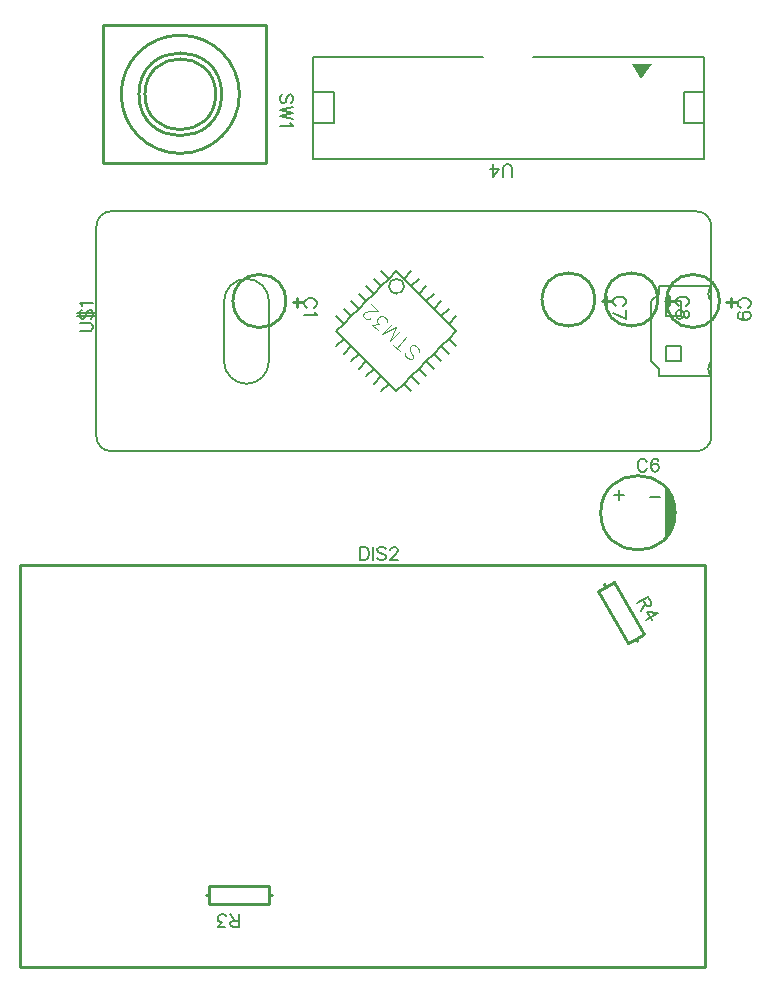
<source format=gto>
G04 Layer: TopSilkscreenLayer*
G04 EasyEDA v6.5.29, 2023-07-23 13:13:55*
G04 121b0214f77d4f04981b34128f4af4b8,e855215096054eb7bd5858a7ef804e70,10*
G04 Gerber Generator version 0.2*
G04 Scale: 100 percent, Rotated: No, Reflected: No *
G04 Dimensions in millimeters *
G04 leading zeros omitted , absolute positions ,4 integer and 5 decimal *
%FSLAX45Y45*%
%MOMM*%

%ADD10C,0.1524*%
%ADD11C,0.2032*%
%ADD12C,0.1016*%
%ADD13C,0.2540*%
%ADD14C,0.1520*%
%ADD15C,0.1270*%
%ADD16C,0.0199*%

%LPD*%
D10*
X3041408Y5950572D02*
G01*
X3051822Y5955906D01*
X3062236Y5966320D01*
X3067316Y5976480D01*
X3067316Y5997308D01*
X3062236Y6007722D01*
X3051822Y6018136D01*
X3041408Y6023470D01*
X3025660Y6028550D01*
X2999752Y6028550D01*
X2984258Y6023470D01*
X2973844Y6018136D01*
X2963430Y6007722D01*
X2958350Y5997308D01*
X2958350Y5976480D01*
X2963430Y5966320D01*
X2973844Y5955906D01*
X2984258Y5950572D01*
X3046488Y5916282D02*
G01*
X3051822Y5905868D01*
X3067316Y5890374D01*
X2958350Y5890374D01*
X5657608Y5963272D02*
G01*
X5668022Y5968606D01*
X5678436Y5979020D01*
X5683516Y5989180D01*
X5683516Y6010008D01*
X5678436Y6020422D01*
X5668022Y6030836D01*
X5657608Y6036170D01*
X5641860Y6041250D01*
X5615952Y6041250D01*
X5600458Y6036170D01*
X5590044Y6030836D01*
X5579630Y6020422D01*
X5574550Y6010008D01*
X5574550Y5989180D01*
X5579630Y5979020D01*
X5590044Y5968606D01*
X5600458Y5963272D01*
X5683516Y5856338D02*
G01*
X5574550Y5908154D01*
X5683516Y5928982D02*
G01*
X5683516Y5856338D01*
X6191008Y5963272D02*
G01*
X6201422Y5968606D01*
X6211836Y5979020D01*
X6216916Y5989180D01*
X6216916Y6010008D01*
X6211836Y6020422D01*
X6201422Y6030836D01*
X6191008Y6036170D01*
X6175260Y6041250D01*
X6149352Y6041250D01*
X6133858Y6036170D01*
X6123444Y6030836D01*
X6113030Y6020422D01*
X6107950Y6010008D01*
X6107950Y5989180D01*
X6113030Y5979020D01*
X6123444Y5968606D01*
X6133858Y5963272D01*
X6216916Y5903074D02*
G01*
X6211836Y5918568D01*
X6201422Y5923902D01*
X6191008Y5923902D01*
X6180594Y5918568D01*
X6175260Y5908154D01*
X6170180Y5887580D01*
X6165100Y5871832D01*
X6154686Y5861418D01*
X6144272Y5856338D01*
X6128524Y5856338D01*
X6118110Y5861418D01*
X6113030Y5866752D01*
X6107950Y5882246D01*
X6107950Y5903074D01*
X6113030Y5918568D01*
X6118110Y5923902D01*
X6128524Y5928982D01*
X6144272Y5928982D01*
X6154686Y5923902D01*
X6165100Y5913488D01*
X6170180Y5897740D01*
X6175260Y5877166D01*
X6180594Y5866752D01*
X6191008Y5861418D01*
X6201422Y5861418D01*
X6211836Y5866752D01*
X6216916Y5882246D01*
X6216916Y5903074D01*
X6711708Y5950572D02*
G01*
X6722122Y5955906D01*
X6732536Y5966320D01*
X6737616Y5976480D01*
X6737616Y5997308D01*
X6732536Y6007722D01*
X6722122Y6018136D01*
X6711708Y6023470D01*
X6695960Y6028550D01*
X6670052Y6028550D01*
X6654558Y6023470D01*
X6644144Y6018136D01*
X6633730Y6007722D01*
X6628650Y5997308D01*
X6628650Y5976480D01*
X6633730Y5966320D01*
X6644144Y5955906D01*
X6654558Y5950572D01*
X6701294Y5848718D02*
G01*
X6685800Y5854052D01*
X6675386Y5864466D01*
X6670052Y5879960D01*
X6670052Y5885040D01*
X6675386Y5900788D01*
X6685800Y5911202D01*
X6701294Y5916282D01*
X6706374Y5916282D01*
X6722122Y5911202D01*
X6732536Y5900788D01*
X6737616Y5885040D01*
X6737616Y5879960D01*
X6732536Y5864466D01*
X6722122Y5854052D01*
X6701294Y5848718D01*
X6675386Y5848718D01*
X6649224Y5854052D01*
X6633730Y5864466D01*
X6628650Y5879960D01*
X6628650Y5890374D01*
X6633730Y5905868D01*
X6644144Y5911202D01*
X5860072Y4644758D02*
G01*
X5854738Y4655172D01*
X5844324Y4665586D01*
X5834164Y4670666D01*
X5813336Y4670666D01*
X5802922Y4665586D01*
X5792508Y4655172D01*
X5787174Y4644758D01*
X5782094Y4629010D01*
X5782094Y4603102D01*
X5787174Y4587608D01*
X5792508Y4577194D01*
X5802922Y4566780D01*
X5813336Y4561700D01*
X5834164Y4561700D01*
X5844324Y4566780D01*
X5854738Y4577194D01*
X5860072Y4587608D01*
X5956592Y4655172D02*
G01*
X5951512Y4665586D01*
X5935764Y4670666D01*
X5925604Y4670666D01*
X5909856Y4665586D01*
X5899442Y4649838D01*
X5894362Y4623930D01*
X5894362Y4598022D01*
X5899442Y4577194D01*
X5909856Y4566780D01*
X5925604Y4561700D01*
X5930684Y4561700D01*
X5946178Y4566780D01*
X5956592Y4577194D01*
X5961926Y4592688D01*
X5961926Y4598022D01*
X5956592Y4613516D01*
X5946178Y4623930D01*
X5930684Y4629010D01*
X5925604Y4629010D01*
X5909856Y4623930D01*
X5899442Y4613516D01*
X5894362Y4598022D01*
D11*
X5885700Y4347832D02*
G01*
X5967488Y4347832D01*
X5621794Y4401426D02*
G01*
X5621794Y4319384D01*
X5580900Y4360532D02*
G01*
X5662688Y4360532D01*
D10*
X3434600Y3921366D02*
G01*
X3434600Y3812400D01*
X3434600Y3921366D02*
G01*
X3470922Y3921366D01*
X3486670Y3916286D01*
X3496830Y3905872D01*
X3502164Y3895458D01*
X3507244Y3879710D01*
X3507244Y3853802D01*
X3502164Y3838308D01*
X3496830Y3827894D01*
X3486670Y3817480D01*
X3470922Y3812400D01*
X3434600Y3812400D01*
X3541534Y3921366D02*
G01*
X3541534Y3812400D01*
X3648722Y3905872D02*
G01*
X3638308Y3916286D01*
X3622560Y3921366D01*
X3601986Y3921366D01*
X3586238Y3916286D01*
X3575824Y3905872D01*
X3575824Y3895458D01*
X3581158Y3885044D01*
X3586238Y3879710D01*
X3596652Y3874630D01*
X3627894Y3864216D01*
X3638308Y3859136D01*
X3643388Y3853802D01*
X3648722Y3843388D01*
X3648722Y3827894D01*
X3638308Y3817480D01*
X3622560Y3812400D01*
X3601986Y3812400D01*
X3586238Y3817480D01*
X3575824Y3827894D01*
X3688092Y3895458D02*
G01*
X3688092Y3900538D01*
X3693426Y3910952D01*
X3698506Y3916286D01*
X3708920Y3921366D01*
X3729748Y3921366D01*
X3740162Y3916286D01*
X3745242Y3910952D01*
X3750576Y3900538D01*
X3750576Y3890124D01*
X3745242Y3879710D01*
X3734828Y3864216D01*
X3683012Y3812400D01*
X3755656Y3812400D01*
X2405900Y706234D02*
G01*
X2405900Y815200D01*
X2405900Y706234D02*
G01*
X2359164Y706234D01*
X2343670Y711314D01*
X2338336Y716648D01*
X2333256Y727062D01*
X2333256Y737476D01*
X2338336Y747890D01*
X2343670Y752970D01*
X2359164Y758050D01*
X2405900Y758050D01*
X2369578Y758050D02*
G01*
X2333256Y815200D01*
X2288552Y706234D02*
G01*
X2231402Y706234D01*
X2262390Y747890D01*
X2246896Y747890D01*
X2236482Y752970D01*
X2231402Y758050D01*
X2226068Y773798D01*
X2226068Y784212D01*
X2231402Y799706D01*
X2241816Y810120D01*
X2257310Y815200D01*
X2272804Y815200D01*
X2288552Y810120D01*
X2293632Y805040D01*
X2298966Y794626D01*
X2847352Y7683106D02*
G01*
X2857766Y7693520D01*
X2862846Y7709014D01*
X2862846Y7729842D01*
X2857766Y7745336D01*
X2847352Y7755750D01*
X2836938Y7755750D01*
X2826524Y7750670D01*
X2821190Y7745336D01*
X2816110Y7734922D01*
X2805696Y7703680D01*
X2800616Y7693520D01*
X2795282Y7688186D01*
X2784868Y7683106D01*
X2769374Y7683106D01*
X2758960Y7693520D01*
X2753880Y7709014D01*
X2753880Y7729842D01*
X2758960Y7745336D01*
X2769374Y7755750D01*
X2862846Y7648816D02*
G01*
X2753880Y7622654D01*
X2862846Y7596746D02*
G01*
X2753880Y7622654D01*
X2862846Y7596746D02*
G01*
X2753880Y7570838D01*
X2862846Y7544930D02*
G01*
X2753880Y7570838D01*
X2842018Y7510640D02*
G01*
X2847352Y7500226D01*
X2862846Y7484478D01*
X2753880Y7484478D01*
X4716630Y7053732D02*
G01*
X4716630Y7131710D01*
X4711550Y7147204D01*
X4701136Y7157618D01*
X4685388Y7162698D01*
X4674974Y7162698D01*
X4659480Y7157618D01*
X4649066Y7147204D01*
X4643986Y7131710D01*
X4643986Y7053732D01*
X4557626Y7053732D02*
G01*
X4609696Y7126376D01*
X4531718Y7126376D01*
X4557626Y7053732D02*
G01*
X4557626Y7162698D01*
X1058684Y5749150D02*
G01*
X1136662Y5749150D01*
X1152156Y5754230D01*
X1162570Y5764644D01*
X1167650Y5780392D01*
X1167650Y5790806D01*
X1162570Y5806300D01*
X1152156Y5816714D01*
X1136662Y5821794D01*
X1058684Y5821794D01*
X1037856Y5882246D02*
G01*
X1188478Y5882246D01*
X1037856Y5902820D02*
G01*
X1188478Y5902820D01*
X1074178Y5928982D02*
G01*
X1063764Y5918568D01*
X1058684Y5902820D01*
X1058684Y5882246D01*
X1063764Y5866498D01*
X1074178Y5856084D01*
X1084592Y5856084D01*
X1095006Y5861418D01*
X1100340Y5866498D01*
X1105420Y5876912D01*
X1115834Y5908154D01*
X1120914Y5918568D01*
X1126248Y5923648D01*
X1136662Y5928982D01*
X1152156Y5928982D01*
X1162570Y5918568D01*
X1167650Y5902820D01*
X1167650Y5882246D01*
X1162570Y5866498D01*
X1152156Y5856084D01*
X1079512Y5963272D02*
G01*
X1074178Y5973686D01*
X1058684Y5989180D01*
X1167650Y5989180D01*
D12*
X3809339Y5568094D02*
G01*
X3809974Y5551761D01*
X3818511Y5535648D01*
X3835303Y5519767D01*
X3851866Y5512145D01*
X3868026Y5512595D01*
X3876055Y5521086D01*
X3879847Y5533229D01*
X3879616Y5541487D01*
X3875140Y5553760D01*
X3857896Y5585800D01*
X3853604Y5597898D01*
X3853375Y5606155D01*
X3856982Y5618474D01*
X3868851Y5631025D01*
X3885366Y5631487D01*
X3901757Y5623679D01*
X3918551Y5607796D01*
X3927261Y5591870D01*
X3927538Y5575528D01*
X3740447Y5609470D02*
G01*
X3823693Y5697501D01*
X3769789Y5581721D02*
G01*
X3711102Y5637220D01*
X3683419Y5663397D02*
G01*
X3766665Y5751428D01*
X3683419Y5663397D02*
G01*
X3733078Y5783191D01*
X3616243Y5726922D02*
G01*
X3733078Y5783191D01*
X3616243Y5726922D02*
G01*
X3699489Y5814954D01*
X3580256Y5760953D02*
G01*
X3534117Y5804583D01*
X3590980Y5814438D01*
X3578430Y5826305D01*
X3574140Y5838403D01*
X3573734Y5846478D01*
X3581532Y5863224D01*
X3589385Y5871530D01*
X3605496Y5880064D01*
X3621831Y5880701D01*
X3638219Y5872894D01*
X3650952Y5860851D01*
X3659662Y5844923D01*
X3659893Y5836665D01*
X3655926Y5824336D01*
X3517841Y5859828D02*
G01*
X3513828Y5855583D01*
X3501915Y5851118D01*
X3493655Y5850887D01*
X3481153Y5854672D01*
X3464544Y5870379D01*
X3460069Y5882650D01*
X3459838Y5890910D01*
X3463630Y5903053D01*
X3471484Y5911359D01*
X3483571Y5916007D01*
X3503929Y5920529D01*
X3585438Y5922807D01*
X3526751Y5978304D01*
D10*
X5870648Y3499357D02*
G01*
X5776280Y3444875D01*
X5870648Y3499357D02*
G01*
X5894016Y3458883D01*
X5897364Y3442926D01*
X5895411Y3435639D01*
X5888931Y3426030D01*
X5879914Y3420823D01*
X5868355Y3420016D01*
X5861286Y3422096D01*
X5849142Y3432975D01*
X5825774Y3473450D01*
X5843935Y3441992D02*
G01*
X5812604Y3381964D01*
X5950150Y3361656D02*
G01*
X5861202Y3370427D01*
X5900191Y3302896D01*
X5950150Y3361656D02*
G01*
X5855782Y3307173D01*
G36*
X6012586Y4429455D02*
G01*
X6012688Y3983837D01*
X6024067Y3995826D01*
X6034786Y4008374D01*
X6044793Y4021429D01*
X6054140Y4035044D01*
X6062776Y4049115D01*
X6070650Y4063593D01*
X6077712Y4078478D01*
X6084062Y4093718D01*
X6089548Y4109262D01*
X6094222Y4125061D01*
X6098082Y4141114D01*
X6099708Y4149191D01*
X6102248Y4165498D01*
X6103264Y4173677D01*
X6104534Y4190085D01*
X6104991Y4206595D01*
X6104534Y4223105D01*
X6103264Y4239514D01*
X6101080Y4255871D01*
X6099708Y4263999D01*
X6096254Y4280154D01*
X6091986Y4296054D01*
X6086906Y4311751D01*
X6084062Y4319473D01*
X6077712Y4334713D01*
X6070650Y4349597D01*
X6062776Y4364126D01*
X6054140Y4378147D01*
X6044793Y4391761D01*
X6034786Y4404817D01*
X6024067Y4417364D01*
X6018479Y4423460D01*
G37*
G36*
X5736894Y8016443D02*
G01*
X5811926Y7886446D01*
X5901893Y8016443D01*
G37*
D13*
X2900260Y6033630D02*
G01*
X2900260Y5954890D01*
X2859620Y5995530D02*
G01*
X2943440Y5995530D01*
X5516460Y6046330D02*
G01*
X5516460Y5967590D01*
X5475820Y6008230D02*
G01*
X5559640Y6008230D01*
X6049860Y6046330D02*
G01*
X6049860Y5967590D01*
X6009220Y6008230D02*
G01*
X6093040Y6008230D01*
X6570560Y6033630D02*
G01*
X6570560Y5954890D01*
X6529920Y5995530D02*
G01*
X6613740Y5995530D01*
X550811Y3767848D02*
G01*
X6350825Y3767848D01*
X6350825Y367855D01*
X550811Y367855D01*
X550811Y3767848D01*
X2659900Y897750D02*
G01*
X2151900Y897750D01*
X2151900Y897750D02*
G01*
X2151900Y973950D01*
X2151900Y973950D02*
G01*
X2151900Y1050150D01*
X2151900Y1050150D02*
G01*
X2659900Y1050150D01*
X2659900Y1050150D02*
G01*
X2659900Y973950D01*
X2659900Y973950D02*
G01*
X2659900Y897750D01*
X2151900Y973950D02*
G01*
X2126500Y973950D01*
X2659900Y973950D02*
G01*
X2685300Y973950D01*
X2633230Y8339950D02*
G01*
X2633230Y7171550D01*
X1259090Y7171550D01*
X1259090Y8339950D01*
X2633230Y8339950D01*
D14*
X4476000Y8073250D02*
G01*
X3036902Y8073250D01*
X6346901Y8073250D02*
G01*
X4895100Y8073250D01*
D10*
X6346901Y8073250D02*
G01*
X6346901Y7209650D01*
D14*
X6346901Y7209650D02*
G01*
X3036902Y7209650D01*
D10*
X3036902Y7209650D02*
G01*
X3036902Y8073250D01*
D14*
X3039234Y7514704D02*
G01*
X3206864Y7514704D01*
X3206864Y7771452D01*
X3039234Y7771452D01*
X6344526Y7514704D02*
G01*
X6176901Y7514704D01*
X6176901Y7771452D01*
X6344526Y7771452D01*
D15*
X6406400Y4860150D02*
G01*
X6406400Y5368150D01*
X5961900Y5368150D01*
X5961900Y5431650D01*
X5898400Y5495150D01*
X5898400Y6003150D01*
X5961900Y6066650D01*
X5961900Y6130150D01*
X6406400Y6130150D01*
X6406400Y6003150D01*
X6406400Y5495150D01*
X6406400Y5368150D01*
X3739400Y6257150D02*
G01*
X3802900Y6193650D01*
X3866400Y6130150D01*
X3929900Y6066650D01*
X3993400Y6003150D01*
X4056900Y5939650D01*
X4120400Y5876150D01*
X4183900Y5812650D01*
X4247400Y5749150D01*
X4183900Y5685650D01*
X4120400Y5622150D01*
X4056900Y5558650D01*
X3993400Y5495150D01*
X3929900Y5431650D01*
X3866400Y5368150D01*
X3802900Y5304650D01*
X3739400Y5241150D01*
X3675900Y5304650D01*
X3612400Y5368150D01*
X3548900Y5431650D01*
X3485400Y5495150D01*
X3421900Y5558650D01*
X3358400Y5622150D01*
X3294900Y5685650D01*
X3231400Y5749150D01*
X3294900Y5812650D01*
X3358400Y5876150D01*
X3421900Y5939650D01*
X3485400Y6003150D01*
X3548900Y6066650D01*
X3612400Y6130150D01*
X3675900Y6193650D01*
X3739400Y6257150D01*
X3675900Y5304650D02*
G01*
X3612400Y5241150D01*
X3612400Y5368150D02*
G01*
X3548900Y5304650D01*
X3548900Y5431650D02*
G01*
X3485400Y5368150D01*
X3485400Y5495150D02*
G01*
X3421900Y5431650D01*
X3421900Y5558650D02*
G01*
X3358400Y5495150D01*
X3358400Y5622150D02*
G01*
X3294900Y5558650D01*
X3294900Y5685650D02*
G01*
X3231400Y5622150D01*
X3294900Y5812650D02*
G01*
X3231400Y5876150D01*
X3358400Y5876150D02*
G01*
X3294900Y5939650D01*
X3421900Y5939650D02*
G01*
X3358400Y6003150D01*
X3485400Y6003150D02*
G01*
X3421900Y6066650D01*
X3548900Y6066650D02*
G01*
X3485400Y6130150D01*
X3612400Y6130150D02*
G01*
X3548900Y6193650D01*
X3929900Y6193650D02*
G01*
X3866400Y6130150D01*
X3993400Y6130150D02*
G01*
X3929900Y6066650D01*
X4056900Y6066650D02*
G01*
X3993400Y6003150D01*
X4120400Y6003150D02*
G01*
X4056900Y5939650D01*
X4183900Y5939650D02*
G01*
X4120400Y5876150D01*
X4247400Y5876150D02*
G01*
X4183900Y5812650D01*
X4183900Y5685650D02*
G01*
X4247400Y5622150D01*
X4120400Y5622150D02*
G01*
X4183900Y5558650D01*
X4056900Y5558650D02*
G01*
X4120400Y5495150D01*
X3993400Y5495150D02*
G01*
X4056900Y5431650D01*
X3929900Y5431650D02*
G01*
X3993400Y5368150D01*
X3866400Y5368150D02*
G01*
X3929900Y5304650D01*
X6279400Y4733150D02*
G01*
X1326400Y4733150D01*
X1199400Y4860150D02*
G01*
X1199400Y6638150D01*
X1326400Y6765150D02*
G01*
X6279400Y6765150D01*
X6406400Y6638150D02*
G01*
X6406400Y6130150D01*
X6152400Y5876150D02*
G01*
X6152400Y6003150D01*
X6025400Y6003150D01*
X6025400Y5876150D01*
X6152400Y5876150D01*
X6152400Y5495150D02*
G01*
X6152400Y5622150D01*
X6025400Y5622150D01*
X6025400Y5495150D01*
X6152400Y5495150D01*
X3675900Y6193650D02*
G01*
X3612400Y6257150D01*
X3866400Y6257150D02*
G01*
X3802900Y6193650D01*
X3866400Y5241150D02*
G01*
X3802900Y5304650D01*
X2278900Y6003150D02*
G01*
X2278900Y5495150D01*
X2659900Y5495150D02*
G01*
X2659900Y6003150D01*
D13*
X5577791Y3623571D02*
G01*
X5831789Y3183628D01*
X5831789Y3183628D02*
G01*
X5765800Y3145528D01*
X5765800Y3145528D02*
G01*
X5699808Y3107428D01*
X5699808Y3107428D02*
G01*
X5445808Y3547369D01*
X5445808Y3547369D02*
G01*
X5511797Y3585471D01*
X5511797Y3585471D02*
G01*
X5577791Y3623571D01*
X5765800Y3145528D02*
G01*
X5778500Y3123531D01*
X5511797Y3585471D02*
G01*
X5499097Y3607468D01*
G75*
G01*
X2581415Y5780646D02*
G03*
X2577351Y5780646I-2032J224992D01*
G75*
G01*
X5197615Y5793346D02*
G03*
X5193551Y5793346I-2032J224992D01*
G75*
G01*
X5731015Y5793346D02*
G03*
X5726951Y5793346I-2032J224992D01*
G75*
G01*
X6251715Y5780646D02*
G03*
X6247651Y5780646I-2032J224992D01*
G75*
G01*
X6099112Y4212450D02*
G02*
X5469090Y4212450I-315011J0D01*
G75*
G01*
X5469090Y4212450D02*
G02*
X6099112Y4212450I315011J0D01*
D15*
G75*
G01*
X6406401Y4860150D02*
G02*
X6279401Y4733150I-127000J0D01*
G75*
G01*
X1326401Y4733150D02*
G02*
X1199401Y4860150I0J127000D01*
G75*
G01*
X1199401Y6638150D02*
G02*
X1326401Y6765150I127000J0D01*
G75*
G01*
X6279401Y6765150D02*
G02*
X6406401Y6638150I0J-127000D01*
G75*
G01*
X6406401Y6130150D02*
G03*
X6406401Y6003150I63516J-63500D01*
G75*
G01*
X6406401Y5495150D02*
G03*
X6406401Y5368150I63516J-63500D01*
G75*
G01*
X3739401Y6193650D02*
G03*
X3740087Y6193650I343J-63499D01*
G75*
G01*
X2469401Y6193650D02*
G03*
X2278901Y6003150I0J-190500D01*
G75*
G01*
X2278901Y5495150D02*
G03*
X2469401Y5304650I190500J0D01*
G75*
G01*
X2469401Y5304650D02*
G03*
X2659901Y5495150I0J190500D01*
G75*
G01*
X2659901Y6003150D02*
G03*
X2469401Y6193650I-190500J0D01*
D13*
G75*
G01
X6099112Y4212450D02*
G03X6099112Y4212450I-315011J0D01*
G75*
G01
X2259851Y7755750D02*
G03X2259851Y7755750I-350520J0D01*
G75*
G01
X2409711Y7755750D02*
G03X2409711Y7755750I-500380J0D01*
G75*
G01
X2209051Y7755750D02*
G03X2209051Y7755750I-299720J0D01*
M02*

</source>
